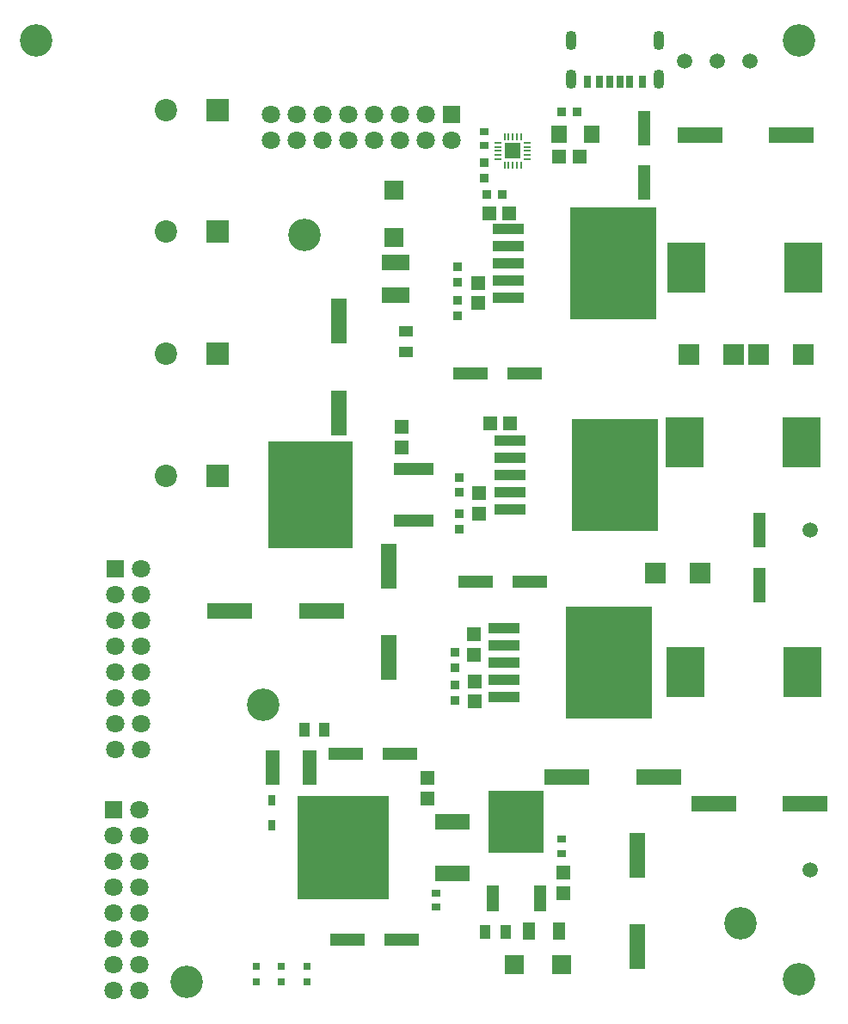
<source format=gbr>
%TF.GenerationSoftware,KiCad,Pcbnew,9.0.6*%
%TF.CreationDate,2026-01-11T21:04:54+09:00*%
%TF.ProjectId,zudo-pd,7a75646f-2d70-4642-9e6b-696361645f70,rev?*%
%TF.SameCoordinates,Original*%
%TF.FileFunction,Soldermask,Top*%
%TF.FilePolarity,Negative*%
%FSLAX46Y46*%
G04 Gerber Fmt 4.6, Leading zero omitted, Abs format (unit mm)*
G04 Created by KiCad (PCBNEW 9.0.6) date 2026-01-11 21:04:54*
%MOMM*%
%LPD*%
G01*
G04 APERTURE LIST*
%ADD10C,1.800000*%
%ADD11R,1.780000X1.800000*%
%ADD12R,1.800000X1.780000*%
%ADD13R,8.500000X11.000000*%
%ADD14R,3.080000X1.020000*%
%ADD15R,3.500000X1.200000*%
%ADD16R,0.860000X0.810000*%
%ADD17R,0.800000X1.200000*%
%ADD18R,0.700000X1.200000*%
%ADD19O,1.100000X1.900000*%
%ADD20C,3.200000*%
%ADD21R,1.200000X3.500000*%
%ADD22R,0.200000X0.660000*%
%ADD23R,0.660000X0.200000*%
%ADD24R,1.650000X1.650000*%
%ADD25R,1.490000X1.730000*%
%ADD26C,1.500000*%
%ADD27R,1.410000X1.350000*%
%ADD28R,0.810000X0.860000*%
%ADD29R,4.500000X1.650000*%
%ADD30R,0.900000X0.800000*%
%ADD31R,2.000000X2.000000*%
%ADD32R,1.350000X1.410000*%
%ADD33R,2.200000X2.200000*%
%ADD34C,2.200000*%
%ADD35R,3.730000X5.000000*%
%ADD36R,4.000000X1.300000*%
%ADD37R,8.400000X10.570000*%
%ADD38R,1.900000X1.900000*%
%ADD39R,0.800000X0.800000*%
%ADD40R,1.190000X1.730000*%
%ADD41R,1.130000X1.380000*%
%ADD42R,2.780000X1.490000*%
%ADD43R,0.800000X1.000000*%
%ADD44R,1.650000X4.500000*%
%ADD45R,1.410000X3.500000*%
%ADD46R,1.380000X1.130000*%
%ADD47R,3.500000X1.600000*%
%ADD48R,9.000000X10.200000*%
%ADD49R,1.270000X2.540000*%
%ADD50R,5.400000X6.100000*%
G04 APERTURE END LIST*
D10*
%TO.C,J4*%
X20460000Y-12980000D03*
X20460000Y-10440000D03*
X23000000Y-12980000D03*
X23000000Y-10440000D03*
X25540000Y-12980000D03*
X25540000Y-10440000D03*
X28080000Y-12980000D03*
X28080000Y-10440000D03*
X30620000Y-12980000D03*
X30620000Y-10440000D03*
X33160000Y-12980000D03*
X33160000Y-10440000D03*
X35700000Y-12980000D03*
X35700000Y-10440000D03*
X38240000Y-12980000D03*
D11*
X38240000Y-10440000D03*
%TD*%
D12*
%TO.C,J3*%
X5130000Y-55110000D03*
D10*
X7670000Y-55110000D03*
X5130000Y-57650000D03*
X7670000Y-57650000D03*
X5130000Y-60190000D03*
X7670000Y-60190000D03*
X5130000Y-62730000D03*
X7670000Y-62730000D03*
X5130000Y-65270000D03*
X7670000Y-65270000D03*
X5130000Y-67810000D03*
X7670000Y-67810000D03*
X5130000Y-70350000D03*
X7670000Y-70350000D03*
X5130000Y-72890000D03*
X7670000Y-72890000D03*
%TD*%
D12*
%TO.C,J2*%
X5020000Y-78860000D03*
D10*
X7560000Y-78860000D03*
X5020000Y-81400000D03*
X7560000Y-81400000D03*
X5020000Y-83940000D03*
X7560000Y-83940000D03*
X5020000Y-86480000D03*
X7560000Y-86480000D03*
X5020000Y-89020000D03*
X7560000Y-89020000D03*
X5020000Y-91560000D03*
X7560000Y-91560000D03*
X5020000Y-94100000D03*
X7560000Y-94100000D03*
X5020000Y-96640000D03*
X7560000Y-96640000D03*
%TD*%
D13*
%TO.C,U4*%
X53720000Y-64402500D03*
D14*
X43400000Y-67802500D03*
X43400000Y-66102500D03*
X43400000Y-64402500D03*
X43400000Y-62702500D03*
X43400000Y-61002500D03*
%TD*%
D15*
%TO.C,C9*%
X40620000Y-56402500D03*
X45960000Y-56402500D03*
%TD*%
D16*
%TO.C,R13*%
X41450000Y-15190000D03*
X41450000Y-16690000D03*
%TD*%
D17*
%TO.C,J1*%
X57020000Y-7260000D03*
D18*
X55820000Y-7260000D03*
X54820000Y-7260000D03*
X53820000Y-7260000D03*
X52820000Y-7260000D03*
D17*
X51620000Y-7260000D03*
D19*
X50000000Y-3200000D03*
X58640000Y-3200000D03*
X50000000Y-7010000D03*
X58640000Y-7010000D03*
%TD*%
D20*
%TO.C,*%
X12200000Y-95800000D03*
%TD*%
%TO.C,REF\u002A\u002A*%
X-2600000Y-3200000D03*
%TD*%
%TO.C,REF\u002A\u002A*%
X72500000Y-3200000D03*
%TD*%
D21*
%TO.C,C5*%
X57220000Y-17170000D03*
X57220000Y-11830000D03*
%TD*%
D22*
%TO.C,U1*%
X45080000Y-12622500D03*
X44680000Y-12622500D03*
X44280000Y-12622500D03*
X43880000Y-12622500D03*
X43480000Y-12622500D03*
D23*
X42870000Y-13232500D03*
X42870000Y-13632500D03*
X42870000Y-14032500D03*
X42870000Y-14432500D03*
X42870000Y-14832500D03*
D22*
X43480000Y-15442500D03*
X43880000Y-15442500D03*
X44280000Y-15442500D03*
X44680000Y-15442500D03*
X45080000Y-15442500D03*
D23*
X45690000Y-14832500D03*
X45690000Y-14432500D03*
X45690000Y-14032500D03*
X45690000Y-13632500D03*
X45690000Y-13232500D03*
D24*
X44280000Y-14032500D03*
%TD*%
D20*
%TO.C,REF\u002A\u002A*%
X23800000Y-22300000D03*
%TD*%
D25*
%TO.C,C1*%
X52060000Y-12432500D03*
X48880000Y-12432500D03*
%TD*%
D26*
%TO.C,TP2*%
X64400000Y-5200000D03*
%TD*%
D27*
%TO.C,C2*%
X50880000Y-14632500D03*
X48880000Y-14632500D03*
%TD*%
D28*
%TO.C,R11*%
X49130000Y-10202500D03*
X50630000Y-10202500D03*
%TD*%
D29*
%TO.C,C3*%
X62720000Y-12500000D03*
X71720000Y-12500000D03*
%TD*%
D26*
%TO.C,TP3*%
X67600000Y-5200000D03*
%TD*%
%TO.C,TP1*%
X61200000Y-5200000D03*
%TD*%
D30*
%TO.C,C30*%
X41480000Y-12132500D03*
X41480000Y-13532500D03*
%TD*%
D31*
%TO.C,D1*%
X68460000Y-34102500D03*
X72860000Y-34102500D03*
%TD*%
D27*
%TO.C,C6*%
X43960000Y-20202500D03*
X41960000Y-20202500D03*
%TD*%
D32*
%TO.C,C19*%
X49240000Y-87042500D03*
X49240000Y-85042500D03*
%TD*%
D33*
%TO.C,J7*%
X15240000Y-34000000D03*
D34*
X10160000Y-34000000D03*
%TD*%
%TO.C,J9*%
X10160000Y-22000000D03*
D33*
X15240000Y-22000000D03*
%TD*%
D32*
%TO.C,C32*%
X40960000Y-47702500D03*
X40960000Y-49702500D03*
%TD*%
D35*
%TO.C,L2*%
X61190000Y-42702500D03*
X72730000Y-42702500D03*
%TD*%
D36*
%TO.C,U6*%
X34550000Y-50442500D03*
X34550000Y-45362500D03*
D37*
X24370000Y-47902500D03*
%TD*%
D38*
%TO.C,TVS3*%
X44430000Y-94102500D03*
X49090000Y-94102500D03*
%TD*%
D30*
%TO.C,C16*%
X49140000Y-81750000D03*
X49140000Y-83150000D03*
%TD*%
D39*
%TO.C,LED2*%
X19000000Y-95802500D03*
X19000000Y-94302500D03*
%TD*%
D14*
%TO.C,U3*%
X44040000Y-42502500D03*
X44040000Y-44202500D03*
X44040000Y-45902500D03*
X44040000Y-47602500D03*
X44040000Y-49302500D03*
D13*
X54360000Y-45902500D03*
%TD*%
D40*
%TO.C,PTC3*%
X45910000Y-90802500D03*
X48810000Y-90802500D03*
%TD*%
D41*
%TO.C,R9*%
X43560000Y-90902500D03*
X41560000Y-90902500D03*
%TD*%
D35*
%TO.C,L3*%
X61290000Y-65302500D03*
X72830000Y-65302500D03*
%TD*%
D32*
%TO.C,C17*%
X33350000Y-41202500D03*
X33350000Y-43202500D03*
%TD*%
D42*
%TO.C,PTC1*%
X32800000Y-28200000D03*
X32800000Y-25000000D03*
%TD*%
D15*
%TO.C,C23*%
X33170000Y-73342500D03*
X27830000Y-73342500D03*
%TD*%
D43*
%TO.C,TVS2*%
X20570000Y-80342500D03*
X20570000Y-77942500D03*
%TD*%
D44*
%TO.C,C20*%
X32050000Y-54902500D03*
X32050000Y-63902500D03*
%TD*%
D16*
%TO.C,R1*%
X38860000Y-30252500D03*
X38860000Y-28752500D03*
%TD*%
D45*
%TO.C,PTC2*%
X24320000Y-74742500D03*
X20620000Y-74742500D03*
%TD*%
D20*
%TO.C,REF\u002A\u002A*%
X72500000Y-95500000D03*
%TD*%
D29*
%TO.C,C14*%
X25450000Y-59302500D03*
X16450000Y-59302500D03*
%TD*%
D26*
%TO.C,TP5*%
X73560000Y-84802500D03*
%TD*%
D15*
%TO.C,C7*%
X45460000Y-35902500D03*
X40120000Y-35902500D03*
%TD*%
D32*
%TO.C,C33*%
X40560000Y-68202500D03*
X40560000Y-66202500D03*
%TD*%
D16*
%TO.C,R2*%
X38860000Y-25452500D03*
X38860000Y-26952500D03*
%TD*%
D46*
%TO.C,R7*%
X33800000Y-31800000D03*
X33800000Y-33800000D03*
%TD*%
D14*
%TO.C,U2*%
X43840000Y-21702500D03*
X43840000Y-23402500D03*
X43840000Y-25102500D03*
X43840000Y-26802500D03*
X43840000Y-28502500D03*
D13*
X54160000Y-25102500D03*
%TD*%
D16*
%TO.C,R3*%
X39060000Y-49752500D03*
X39060000Y-51252500D03*
%TD*%
D41*
%TO.C,R8*%
X25750000Y-71000000D03*
X23750000Y-71000000D03*
%TD*%
D15*
%TO.C,C22*%
X33340000Y-91642500D03*
X28000000Y-91642500D03*
%TD*%
D20*
%TO.C,REF\u002A\u002A*%
X66750000Y-90000000D03*
%TD*%
D27*
%TO.C,C8*%
X44060000Y-40802500D03*
X42060000Y-40802500D03*
%TD*%
D32*
%TO.C,C31*%
X40860000Y-27002500D03*
X40860000Y-29002500D03*
%TD*%
%TO.C,C18*%
X35870000Y-77742500D03*
X35870000Y-75742500D03*
%TD*%
D39*
%TO.C,LED4*%
X24000000Y-95802500D03*
X24000000Y-94302500D03*
%TD*%
D16*
%TO.C,R4*%
X39060000Y-47652500D03*
X39060000Y-46152500D03*
%TD*%
D29*
%TO.C,C11*%
X73060000Y-78302500D03*
X64060000Y-78302500D03*
%TD*%
%TO.C,C24*%
X58640000Y-75600000D03*
X49640000Y-75600000D03*
%TD*%
D47*
%TO.C,U7*%
X38370000Y-85082500D03*
D48*
X27570000Y-82542500D03*
D47*
X38370000Y-80002500D03*
%TD*%
D44*
%TO.C,C21*%
X27150000Y-39802500D03*
X27150000Y-30802500D03*
%TD*%
D34*
%TO.C,J8*%
X10160000Y-46000000D03*
D33*
X15240000Y-46000000D03*
%TD*%
D16*
%TO.C,R6*%
X38560000Y-64902500D03*
X38560000Y-63402500D03*
%TD*%
D31*
%TO.C,D3*%
X62760000Y-55602500D03*
X58360000Y-55602500D03*
%TD*%
D34*
%TO.C,J6*%
X10160000Y-10000000D03*
D33*
X15240000Y-10000000D03*
%TD*%
D35*
%TO.C,L1*%
X72930000Y-25502500D03*
X61390000Y-25502500D03*
%TD*%
D49*
%TO.C,U8*%
X42360000Y-87552500D03*
D50*
X44650000Y-80052500D03*
D49*
X46940000Y-87542500D03*
%TD*%
D16*
%TO.C,R5*%
X38560000Y-66602500D03*
X38560000Y-68102500D03*
%TD*%
D32*
%TO.C,C10*%
X40460000Y-61602500D03*
X40460000Y-63602500D03*
%TD*%
D30*
%TO.C,C15*%
X36750000Y-88450000D03*
X36750000Y-87050000D03*
%TD*%
D26*
%TO.C,TP4*%
X73560000Y-51302500D03*
%TD*%
D39*
%TO.C,LED3*%
X21500000Y-95802500D03*
X21500000Y-94302500D03*
%TD*%
D20*
%TO.C,REF\u002A\u002A*%
X19750000Y-68500000D03*
%TD*%
D21*
%TO.C,C4*%
X68560000Y-51382500D03*
X68560000Y-56722500D03*
%TD*%
D44*
%TO.C,C25*%
X56560000Y-83302500D03*
X56560000Y-92302500D03*
%TD*%
D31*
%TO.C,D2*%
X61660000Y-34102500D03*
X66060000Y-34102500D03*
%TD*%
D38*
%TO.C,TVS1*%
X32600000Y-22530000D03*
X32600000Y-17870000D03*
%TD*%
D28*
%TO.C,R12*%
X41720000Y-18290000D03*
X43220000Y-18290000D03*
%TD*%
M02*

</source>
